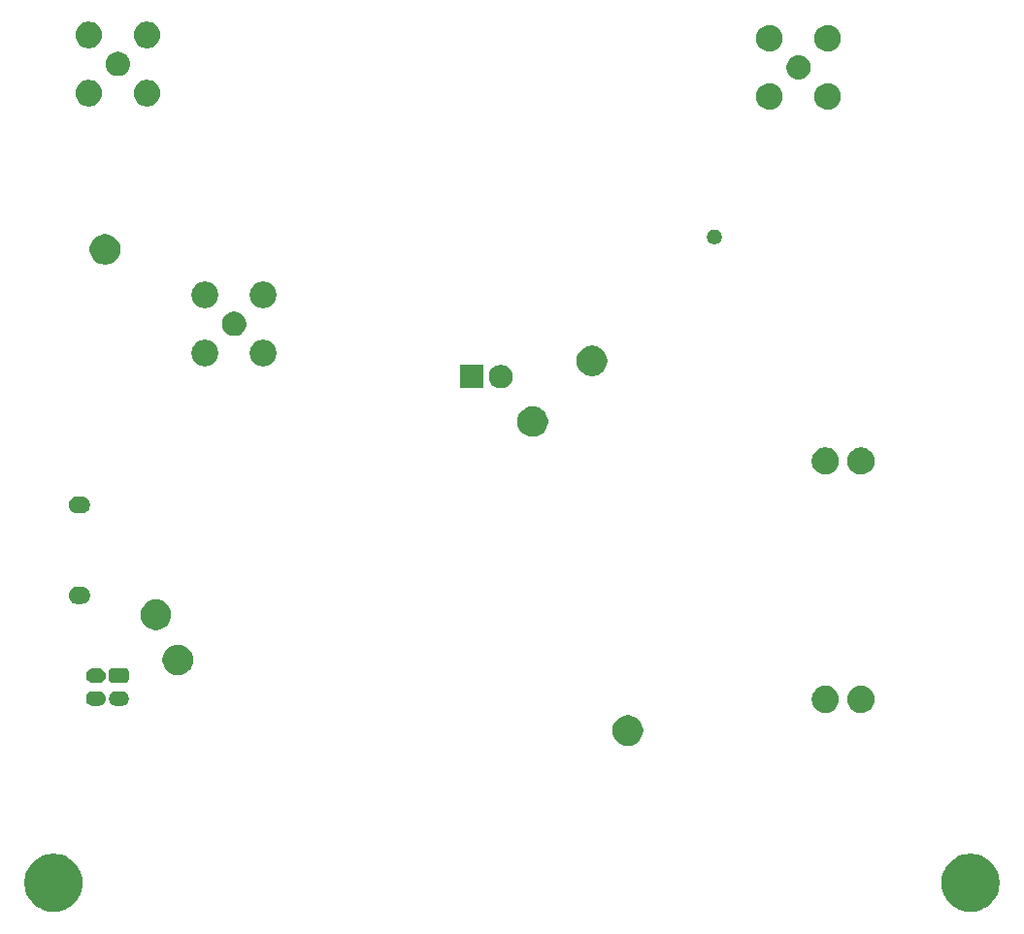
<source format=gbr>
%TF.GenerationSoftware,KiCad,Pcbnew,9.0.0*%
%TF.CreationDate,2025-06-10T14:56:09-07:00*%
%TF.ProjectId,og_pcb,6f675f70-6362-42e6-9b69-6361645f7063,rev?*%
%TF.SameCoordinates,Original*%
%TF.FileFunction,Soldermask,Bot*%
%TF.FilePolarity,Negative*%
%FSLAX46Y46*%
G04 Gerber Fmt 4.6, Leading zero omitted, Abs format (unit mm)*
G04 Created by KiCad (PCBNEW 9.0.0) date 2025-06-10 14:56:09*
%MOMM*%
%LPD*%
G01*
G04 APERTURE LIST*
G04 APERTURE END LIST*
G36*
X95623769Y-159434137D02*
G01*
X95901247Y-159497470D01*
X96169889Y-159591472D01*
X96426317Y-159714961D01*
X96667306Y-159866385D01*
X96889826Y-160043838D01*
X97091078Y-160245090D01*
X97268531Y-160467610D01*
X97419955Y-160708599D01*
X97543444Y-160965027D01*
X97637446Y-161233669D01*
X97700779Y-161511147D01*
X97732645Y-161793971D01*
X97732645Y-162078585D01*
X97700779Y-162361409D01*
X97637446Y-162638887D01*
X97543444Y-162907529D01*
X97419955Y-163163957D01*
X97268531Y-163404946D01*
X97091078Y-163627466D01*
X96889826Y-163828718D01*
X96667306Y-164006171D01*
X96426317Y-164157595D01*
X96169889Y-164281084D01*
X95901247Y-164375086D01*
X95623769Y-164438419D01*
X95340945Y-164470285D01*
X95056331Y-164470285D01*
X94773507Y-164438419D01*
X94496029Y-164375086D01*
X94227387Y-164281084D01*
X93970959Y-164157595D01*
X93729970Y-164006171D01*
X93507450Y-163828718D01*
X93306198Y-163627466D01*
X93128745Y-163404946D01*
X92977321Y-163163957D01*
X92853832Y-162907529D01*
X92759830Y-162638887D01*
X92696497Y-162361409D01*
X92664631Y-162078585D01*
X92664631Y-161793971D01*
X92696497Y-161511147D01*
X92759830Y-161233669D01*
X92853832Y-160965027D01*
X92977321Y-160708599D01*
X93128745Y-160467610D01*
X93306198Y-160245090D01*
X93507450Y-160043838D01*
X93729970Y-159866385D01*
X93970959Y-159714961D01*
X94227387Y-159591472D01*
X94496029Y-159497470D01*
X94773507Y-159434137D01*
X95056331Y-159402271D01*
X95340945Y-159402271D01*
X95623769Y-159434137D01*
G37*
G36*
X175623769Y-159434137D02*
G01*
X175901247Y-159497470D01*
X176169889Y-159591472D01*
X176426317Y-159714961D01*
X176667306Y-159866385D01*
X176889826Y-160043838D01*
X177091078Y-160245090D01*
X177268531Y-160467610D01*
X177419955Y-160708599D01*
X177543444Y-160965027D01*
X177637446Y-161233669D01*
X177700779Y-161511147D01*
X177732645Y-161793971D01*
X177732645Y-162078585D01*
X177700779Y-162361409D01*
X177637446Y-162638887D01*
X177543444Y-162907529D01*
X177419955Y-163163957D01*
X177268531Y-163404946D01*
X177091078Y-163627466D01*
X176889826Y-163828718D01*
X176667306Y-164006171D01*
X176426317Y-164157595D01*
X176169889Y-164281084D01*
X175901247Y-164375086D01*
X175623769Y-164438419D01*
X175340945Y-164470285D01*
X175056331Y-164470285D01*
X174773507Y-164438419D01*
X174496029Y-164375086D01*
X174227387Y-164281084D01*
X173970959Y-164157595D01*
X173729970Y-164006171D01*
X173507450Y-163828718D01*
X173306198Y-163627466D01*
X173128745Y-163404946D01*
X172977321Y-163163957D01*
X172853832Y-162907529D01*
X172759830Y-162638887D01*
X172696497Y-162361409D01*
X172664631Y-162078585D01*
X172664631Y-161793971D01*
X172696497Y-161511147D01*
X172759830Y-161233669D01*
X172853832Y-160965027D01*
X172977321Y-160708599D01*
X173128745Y-160467610D01*
X173306198Y-160245090D01*
X173507450Y-160043838D01*
X173729970Y-159866385D01*
X173970959Y-159714961D01*
X174227387Y-159591472D01*
X174496029Y-159497470D01*
X174773507Y-159434137D01*
X175056331Y-159402271D01*
X175340945Y-159402271D01*
X175623769Y-159434137D01*
G37*
G36*
X145612350Y-147348969D02*
G01*
X145812030Y-147413849D01*
X145999103Y-147509167D01*
X146168961Y-147632577D01*
X146317423Y-147781039D01*
X146440833Y-147950897D01*
X146536151Y-148137970D01*
X146601031Y-148337650D01*
X146633875Y-148545022D01*
X146633875Y-148754978D01*
X146601031Y-148962350D01*
X146536151Y-149162030D01*
X146440833Y-149349103D01*
X146317423Y-149518961D01*
X146168961Y-149667423D01*
X145999103Y-149790833D01*
X145812030Y-149886151D01*
X145612350Y-149951031D01*
X145404978Y-149983875D01*
X145195022Y-149983875D01*
X144987650Y-149951031D01*
X144787970Y-149886151D01*
X144600897Y-149790833D01*
X144431039Y-149667423D01*
X144282577Y-149518961D01*
X144159167Y-149349103D01*
X144063849Y-149162030D01*
X143998969Y-148962350D01*
X143966125Y-148754978D01*
X143966125Y-148545022D01*
X143998969Y-148337650D01*
X144063849Y-148137970D01*
X144159167Y-147950897D01*
X144282577Y-147781039D01*
X144431039Y-147632577D01*
X144600897Y-147509167D01*
X144787970Y-147413849D01*
X144987650Y-147348969D01*
X145195022Y-147316125D01*
X145404978Y-147316125D01*
X145612350Y-147348969D01*
G37*
G36*
X162802333Y-144769825D02*
G01*
X162979628Y-144827431D01*
X163145728Y-144912063D01*
X163296544Y-145021638D01*
X163428362Y-145153456D01*
X163537937Y-145304272D01*
X163622569Y-145470372D01*
X163680175Y-145647667D01*
X163709338Y-145831791D01*
X163709338Y-146018209D01*
X163680175Y-146202333D01*
X163622569Y-146379628D01*
X163537937Y-146545728D01*
X163428362Y-146696544D01*
X163296544Y-146828362D01*
X163145728Y-146937937D01*
X162979628Y-147022569D01*
X162802333Y-147080175D01*
X162618209Y-147109338D01*
X162431791Y-147109338D01*
X162247667Y-147080175D01*
X162070372Y-147022569D01*
X161904272Y-146937937D01*
X161753456Y-146828362D01*
X161621638Y-146696544D01*
X161512063Y-146545728D01*
X161427431Y-146379628D01*
X161369825Y-146202333D01*
X161340662Y-146018209D01*
X161340662Y-145831791D01*
X161369825Y-145647667D01*
X161427431Y-145470372D01*
X161512063Y-145304272D01*
X161621638Y-145153456D01*
X161753456Y-145021638D01*
X161904272Y-144912063D01*
X162070372Y-144827431D01*
X162247667Y-144769825D01*
X162431791Y-144740662D01*
X162618209Y-144740662D01*
X162802333Y-144769825D01*
G37*
G36*
X165902333Y-144769825D02*
G01*
X166079628Y-144827431D01*
X166245728Y-144912063D01*
X166396544Y-145021638D01*
X166528362Y-145153456D01*
X166637937Y-145304272D01*
X166722569Y-145470372D01*
X166780175Y-145647667D01*
X166809338Y-145831791D01*
X166809338Y-146018209D01*
X166780175Y-146202333D01*
X166722569Y-146379628D01*
X166637937Y-146545728D01*
X166528362Y-146696544D01*
X166396544Y-146828362D01*
X166245728Y-146937937D01*
X166079628Y-147022569D01*
X165902333Y-147080175D01*
X165718209Y-147109338D01*
X165531791Y-147109338D01*
X165347667Y-147080175D01*
X165170372Y-147022569D01*
X165004272Y-146937937D01*
X164853456Y-146828362D01*
X164721638Y-146696544D01*
X164612063Y-146545728D01*
X164527431Y-146379628D01*
X164469825Y-146202333D01*
X164440662Y-146018209D01*
X164440662Y-145831791D01*
X164469825Y-145647667D01*
X164527431Y-145470372D01*
X164612063Y-145304272D01*
X164721638Y-145153456D01*
X164853456Y-145021638D01*
X165004272Y-144912063D01*
X165170372Y-144827431D01*
X165347667Y-144769825D01*
X165531791Y-144740662D01*
X165718209Y-144740662D01*
X165902333Y-144769825D01*
G37*
G36*
X99187535Y-145215072D02*
G01*
X99310202Y-145239472D01*
X99425751Y-145287334D01*
X99529743Y-145356819D01*
X99618181Y-145445257D01*
X99687666Y-145549249D01*
X99735528Y-145664798D01*
X99759928Y-145787465D01*
X99759928Y-145912535D01*
X99735528Y-146035202D01*
X99687666Y-146150751D01*
X99618181Y-146254743D01*
X99529743Y-146343181D01*
X99425751Y-146412666D01*
X99310202Y-146460528D01*
X99187535Y-146484928D01*
X99125000Y-146488000D01*
X99124384Y-146488000D01*
X98675616Y-146488000D01*
X98675000Y-146488000D01*
X98612465Y-146484928D01*
X98489798Y-146460528D01*
X98374249Y-146412666D01*
X98270257Y-146343181D01*
X98181819Y-146254743D01*
X98112334Y-146150751D01*
X98064472Y-146035202D01*
X98040072Y-145912535D01*
X98040072Y-145787465D01*
X98064472Y-145664798D01*
X98112334Y-145549249D01*
X98181819Y-145445257D01*
X98270257Y-145356819D01*
X98374249Y-145287334D01*
X98489798Y-145239472D01*
X98612465Y-145215072D01*
X98675000Y-145212000D01*
X99125000Y-145212000D01*
X99187535Y-145215072D01*
G37*
G36*
X101187535Y-145215072D02*
G01*
X101310202Y-145239472D01*
X101425751Y-145287334D01*
X101529743Y-145356819D01*
X101618181Y-145445257D01*
X101687666Y-145549249D01*
X101735528Y-145664798D01*
X101759928Y-145787465D01*
X101759928Y-145912535D01*
X101735528Y-146035202D01*
X101687666Y-146150751D01*
X101618181Y-146254743D01*
X101529743Y-146343181D01*
X101425751Y-146412666D01*
X101310202Y-146460528D01*
X101187535Y-146484928D01*
X101125000Y-146488000D01*
X101124384Y-146488000D01*
X100675616Y-146488000D01*
X100675000Y-146488000D01*
X100612465Y-146484928D01*
X100489798Y-146460528D01*
X100374249Y-146412666D01*
X100270257Y-146343181D01*
X100181819Y-146254743D01*
X100112334Y-146150751D01*
X100064472Y-146035202D01*
X100040072Y-145912535D01*
X100040072Y-145787465D01*
X100064472Y-145664798D01*
X100112334Y-145549249D01*
X100181819Y-145445257D01*
X100270257Y-145356819D01*
X100374249Y-145287334D01*
X100489798Y-145239472D01*
X100612465Y-145215072D01*
X100675000Y-145212000D01*
X101125000Y-145212000D01*
X101187535Y-145215072D01*
G37*
G36*
X99187535Y-143215072D02*
G01*
X99310202Y-143239472D01*
X99425751Y-143287334D01*
X99529743Y-143356819D01*
X99618181Y-143445257D01*
X99687666Y-143549249D01*
X99735528Y-143664798D01*
X99759928Y-143787465D01*
X99759928Y-143912535D01*
X99735528Y-144035202D01*
X99687666Y-144150751D01*
X99618181Y-144254743D01*
X99529743Y-144343181D01*
X99425751Y-144412666D01*
X99310202Y-144460528D01*
X99187535Y-144484928D01*
X99125000Y-144488000D01*
X99124384Y-144488000D01*
X98675616Y-144488000D01*
X98675000Y-144488000D01*
X98612465Y-144484928D01*
X98489798Y-144460528D01*
X98374249Y-144412666D01*
X98270257Y-144343181D01*
X98181819Y-144254743D01*
X98112334Y-144150751D01*
X98064472Y-144035202D01*
X98040072Y-143912535D01*
X98040072Y-143787465D01*
X98064472Y-143664798D01*
X98112334Y-143549249D01*
X98181819Y-143445257D01*
X98270257Y-143356819D01*
X98374249Y-143287334D01*
X98489798Y-143239472D01*
X98612465Y-143215072D01*
X98675000Y-143212000D01*
X99125000Y-143212000D01*
X99187535Y-143215072D01*
G37*
G36*
X101540938Y-143219650D02*
G01*
X101544957Y-143221424D01*
X101548931Y-143221948D01*
X101598651Y-143245133D01*
X101637759Y-143262401D01*
X101639573Y-143264215D01*
X101639969Y-143264400D01*
X101710599Y-143335030D01*
X101710783Y-143335425D01*
X101712599Y-143337241D01*
X101729876Y-143376369D01*
X101753051Y-143426068D01*
X101753573Y-143430039D01*
X101755350Y-143434062D01*
X101763000Y-143500000D01*
X101763000Y-144200000D01*
X101755350Y-144265938D01*
X101753573Y-144269961D01*
X101753051Y-144273931D01*
X101729884Y-144323611D01*
X101712599Y-144362759D01*
X101710782Y-144364575D01*
X101710599Y-144364969D01*
X101639969Y-144435599D01*
X101639575Y-144435782D01*
X101637759Y-144437599D01*
X101598611Y-144454884D01*
X101548931Y-144478051D01*
X101544961Y-144478573D01*
X101540938Y-144480350D01*
X101475000Y-144488000D01*
X100325000Y-144488000D01*
X100259062Y-144480350D01*
X100255039Y-144478573D01*
X100251068Y-144478051D01*
X100201369Y-144454876D01*
X100162241Y-144437599D01*
X100160425Y-144435783D01*
X100160030Y-144435599D01*
X100089400Y-144364969D01*
X100089215Y-144364573D01*
X100087401Y-144362759D01*
X100070133Y-144323651D01*
X100046948Y-144273931D01*
X100046424Y-144269957D01*
X100044650Y-144265938D01*
X100037000Y-144200000D01*
X100037000Y-143500000D01*
X100044650Y-143434062D01*
X100046424Y-143430042D01*
X100046948Y-143426068D01*
X100070141Y-143376329D01*
X100087401Y-143337241D01*
X100089214Y-143335427D01*
X100089400Y-143335030D01*
X100160030Y-143264400D01*
X100160427Y-143264214D01*
X100162241Y-143262401D01*
X100201329Y-143245141D01*
X100251068Y-143221948D01*
X100255042Y-143221424D01*
X100259062Y-143219650D01*
X100325000Y-143212000D01*
X101475000Y-143212000D01*
X101540938Y-143219650D01*
G37*
G36*
X106362350Y-141173969D02*
G01*
X106562030Y-141238849D01*
X106749103Y-141334167D01*
X106918961Y-141457577D01*
X107067423Y-141606039D01*
X107190833Y-141775897D01*
X107286151Y-141962970D01*
X107351031Y-142162650D01*
X107383875Y-142370022D01*
X107383875Y-142579978D01*
X107351031Y-142787350D01*
X107286151Y-142987030D01*
X107190833Y-143174103D01*
X107067423Y-143343961D01*
X106918961Y-143492423D01*
X106749103Y-143615833D01*
X106562030Y-143711151D01*
X106362350Y-143776031D01*
X106154978Y-143808875D01*
X105945022Y-143808875D01*
X105737650Y-143776031D01*
X105537970Y-143711151D01*
X105350897Y-143615833D01*
X105181039Y-143492423D01*
X105032577Y-143343961D01*
X104909167Y-143174103D01*
X104813849Y-142987030D01*
X104748969Y-142787350D01*
X104716125Y-142579978D01*
X104716125Y-142370022D01*
X104748969Y-142162650D01*
X104813849Y-141962970D01*
X104909167Y-141775897D01*
X105032577Y-141606039D01*
X105181039Y-141457577D01*
X105350897Y-141334167D01*
X105537970Y-141238849D01*
X105737650Y-141173969D01*
X105945022Y-141141125D01*
X106154978Y-141141125D01*
X106362350Y-141173969D01*
G37*
G36*
X104452350Y-137238969D02*
G01*
X104652030Y-137303849D01*
X104839103Y-137399167D01*
X105008961Y-137522577D01*
X105157423Y-137671039D01*
X105280833Y-137840897D01*
X105376151Y-138027970D01*
X105441031Y-138227650D01*
X105473875Y-138435022D01*
X105473875Y-138644978D01*
X105441031Y-138852350D01*
X105376151Y-139052030D01*
X105280833Y-139239103D01*
X105157423Y-139408961D01*
X105008961Y-139557423D01*
X104839103Y-139680833D01*
X104652030Y-139776151D01*
X104452350Y-139841031D01*
X104244978Y-139873875D01*
X104035022Y-139873875D01*
X103827650Y-139841031D01*
X103627970Y-139776151D01*
X103440897Y-139680833D01*
X103271039Y-139557423D01*
X103122577Y-139408961D01*
X102999167Y-139239103D01*
X102903849Y-139052030D01*
X102838969Y-138852350D01*
X102806125Y-138644978D01*
X102806125Y-138435022D01*
X102838969Y-138227650D01*
X102903849Y-138027970D01*
X102999167Y-137840897D01*
X103122577Y-137671039D01*
X103271039Y-137522577D01*
X103440897Y-137399167D01*
X103627970Y-137303849D01*
X103827650Y-137238969D01*
X104035022Y-137206125D01*
X104244978Y-137206125D01*
X104452350Y-137238969D01*
G37*
G36*
X97722337Y-136115554D02*
G01*
X97864230Y-136143778D01*
X97997891Y-136199142D01*
X98118182Y-136279518D01*
X98220482Y-136381818D01*
X98300858Y-136502109D01*
X98356222Y-136635770D01*
X98384446Y-136777663D01*
X98384446Y-136922337D01*
X98356222Y-137064230D01*
X98300858Y-137197891D01*
X98220482Y-137318182D01*
X98118182Y-137420482D01*
X97997891Y-137500858D01*
X97864230Y-137556222D01*
X97722337Y-137584446D01*
X97650000Y-137588000D01*
X97649384Y-137588000D01*
X97250616Y-137588000D01*
X97250000Y-137588000D01*
X97177663Y-137584446D01*
X97035770Y-137556222D01*
X96902109Y-137500858D01*
X96781818Y-137420482D01*
X96679518Y-137318182D01*
X96599142Y-137197891D01*
X96543778Y-137064230D01*
X96515554Y-136922337D01*
X96515554Y-136777663D01*
X96543778Y-136635770D01*
X96599142Y-136502109D01*
X96679518Y-136381818D01*
X96781818Y-136279518D01*
X96902109Y-136199142D01*
X97035770Y-136143778D01*
X97177663Y-136115554D01*
X97250000Y-136112000D01*
X97650000Y-136112000D01*
X97722337Y-136115554D01*
G37*
G36*
X97722337Y-128215554D02*
G01*
X97864230Y-128243778D01*
X97997891Y-128299142D01*
X98118182Y-128379518D01*
X98220482Y-128481818D01*
X98300858Y-128602109D01*
X98356222Y-128735770D01*
X98384446Y-128877663D01*
X98384446Y-129022337D01*
X98356222Y-129164230D01*
X98300858Y-129297891D01*
X98220482Y-129418182D01*
X98118182Y-129520482D01*
X97997891Y-129600858D01*
X97864230Y-129656222D01*
X97722337Y-129684446D01*
X97650000Y-129688000D01*
X97649384Y-129688000D01*
X97250616Y-129688000D01*
X97250000Y-129688000D01*
X97177663Y-129684446D01*
X97035770Y-129656222D01*
X96902109Y-129600858D01*
X96781818Y-129520482D01*
X96679518Y-129418182D01*
X96599142Y-129297891D01*
X96543778Y-129164230D01*
X96515554Y-129022337D01*
X96515554Y-128877663D01*
X96543778Y-128735770D01*
X96599142Y-128602109D01*
X96679518Y-128481818D01*
X96781818Y-128379518D01*
X96902109Y-128299142D01*
X97035770Y-128243778D01*
X97177663Y-128215554D01*
X97250000Y-128212000D01*
X97650000Y-128212000D01*
X97722337Y-128215554D01*
G37*
G36*
X162802333Y-123969825D02*
G01*
X162979628Y-124027431D01*
X163145728Y-124112063D01*
X163296544Y-124221638D01*
X163428362Y-124353456D01*
X163537937Y-124504272D01*
X163622569Y-124670372D01*
X163680175Y-124847667D01*
X163709338Y-125031791D01*
X163709338Y-125218209D01*
X163680175Y-125402333D01*
X163622569Y-125579628D01*
X163537937Y-125745728D01*
X163428362Y-125896544D01*
X163296544Y-126028362D01*
X163145728Y-126137937D01*
X162979628Y-126222569D01*
X162802333Y-126280175D01*
X162618209Y-126309338D01*
X162431791Y-126309338D01*
X162247667Y-126280175D01*
X162070372Y-126222569D01*
X161904272Y-126137937D01*
X161753456Y-126028362D01*
X161621638Y-125896544D01*
X161512063Y-125745728D01*
X161427431Y-125579628D01*
X161369825Y-125402333D01*
X161340662Y-125218209D01*
X161340662Y-125031791D01*
X161369825Y-124847667D01*
X161427431Y-124670372D01*
X161512063Y-124504272D01*
X161621638Y-124353456D01*
X161753456Y-124221638D01*
X161904272Y-124112063D01*
X162070372Y-124027431D01*
X162247667Y-123969825D01*
X162431791Y-123940662D01*
X162618209Y-123940662D01*
X162802333Y-123969825D01*
G37*
G36*
X165902333Y-123969825D02*
G01*
X166079628Y-124027431D01*
X166245728Y-124112063D01*
X166396544Y-124221638D01*
X166528362Y-124353456D01*
X166637937Y-124504272D01*
X166722569Y-124670372D01*
X166780175Y-124847667D01*
X166809338Y-125031791D01*
X166809338Y-125218209D01*
X166780175Y-125402333D01*
X166722569Y-125579628D01*
X166637937Y-125745728D01*
X166528362Y-125896544D01*
X166396544Y-126028362D01*
X166245728Y-126137937D01*
X166079628Y-126222569D01*
X165902333Y-126280175D01*
X165718209Y-126309338D01*
X165531791Y-126309338D01*
X165347667Y-126280175D01*
X165170372Y-126222569D01*
X165004272Y-126137937D01*
X164853456Y-126028362D01*
X164721638Y-125896544D01*
X164612063Y-125745728D01*
X164527431Y-125579628D01*
X164469825Y-125402333D01*
X164440662Y-125218209D01*
X164440662Y-125031791D01*
X164469825Y-124847667D01*
X164527431Y-124670372D01*
X164612063Y-124504272D01*
X164721638Y-124353456D01*
X164853456Y-124221638D01*
X165004272Y-124112063D01*
X165170372Y-124027431D01*
X165347667Y-123969825D01*
X165531791Y-123940662D01*
X165718209Y-123940662D01*
X165902333Y-123969825D01*
G37*
G36*
X137312350Y-120378969D02*
G01*
X137512030Y-120443849D01*
X137699103Y-120539167D01*
X137868961Y-120662577D01*
X138017423Y-120811039D01*
X138140833Y-120980897D01*
X138236151Y-121167970D01*
X138301031Y-121367650D01*
X138333875Y-121575022D01*
X138333875Y-121784978D01*
X138301031Y-121992350D01*
X138236151Y-122192030D01*
X138140833Y-122379103D01*
X138017423Y-122548961D01*
X137868961Y-122697423D01*
X137699103Y-122820833D01*
X137512030Y-122916151D01*
X137312350Y-122981031D01*
X137104978Y-123013875D01*
X136895022Y-123013875D01*
X136687650Y-122981031D01*
X136487970Y-122916151D01*
X136300897Y-122820833D01*
X136131039Y-122697423D01*
X135982577Y-122548961D01*
X135859167Y-122379103D01*
X135763849Y-122192030D01*
X135698969Y-121992350D01*
X135666125Y-121784978D01*
X135666125Y-121575022D01*
X135698969Y-121367650D01*
X135763849Y-121167970D01*
X135859167Y-120980897D01*
X135982577Y-120811039D01*
X136131039Y-120662577D01*
X136300897Y-120539167D01*
X136487970Y-120443849D01*
X136687650Y-120378969D01*
X136895022Y-120346125D01*
X137104978Y-120346125D01*
X137312350Y-120378969D01*
G37*
G36*
X132694542Y-116714893D02*
G01*
X132706870Y-116723130D01*
X132715107Y-116735458D01*
X132718000Y-116750000D01*
X132718000Y-118750000D01*
X132715107Y-118764542D01*
X132706870Y-118776870D01*
X132694542Y-118785107D01*
X132680000Y-118788000D01*
X130680000Y-118788000D01*
X130665458Y-118785107D01*
X130653130Y-118776870D01*
X130644893Y-118764542D01*
X130642000Y-118750000D01*
X130642000Y-116750000D01*
X130644893Y-116735458D01*
X130653130Y-116723130D01*
X130665458Y-116714893D01*
X130680000Y-116712000D01*
X132680000Y-116712000D01*
X132694542Y-116714893D01*
G37*
G36*
X134521315Y-116756696D02*
G01*
X134709310Y-116834566D01*
X134878500Y-116947615D01*
X135022385Y-117091500D01*
X135135434Y-117260690D01*
X135213304Y-117448685D01*
X135253002Y-117648258D01*
X135253002Y-117851742D01*
X135213304Y-118051315D01*
X135135434Y-118239310D01*
X135022385Y-118408500D01*
X134878500Y-118552385D01*
X134709310Y-118665434D01*
X134521315Y-118743304D01*
X134321742Y-118783002D01*
X134118258Y-118783002D01*
X133918685Y-118743304D01*
X133730690Y-118665434D01*
X133561500Y-118552385D01*
X133417615Y-118408500D01*
X133304566Y-118239310D01*
X133226696Y-118051315D01*
X133186998Y-117851742D01*
X133186998Y-117648258D01*
X133226696Y-117448685D01*
X133304566Y-117260690D01*
X133417615Y-117091500D01*
X133561500Y-116947615D01*
X133730690Y-116834566D01*
X133918685Y-116756696D01*
X134118258Y-116716998D01*
X134321742Y-116716998D01*
X134521315Y-116756696D01*
G37*
G36*
X142484850Y-115076469D02*
G01*
X142684530Y-115141349D01*
X142871603Y-115236667D01*
X143041461Y-115360077D01*
X143189923Y-115508539D01*
X143313333Y-115678397D01*
X143408651Y-115865470D01*
X143473531Y-116065150D01*
X143506375Y-116272522D01*
X143506375Y-116482478D01*
X143473531Y-116689850D01*
X143408651Y-116889530D01*
X143313333Y-117076603D01*
X143189923Y-117246461D01*
X143041461Y-117394923D01*
X142871603Y-117518333D01*
X142684530Y-117613651D01*
X142484850Y-117678531D01*
X142277478Y-117711375D01*
X142067522Y-117711375D01*
X141860150Y-117678531D01*
X141660470Y-117613651D01*
X141473397Y-117518333D01*
X141303539Y-117394923D01*
X141155077Y-117246461D01*
X141031667Y-117076603D01*
X140936349Y-116889530D01*
X140871469Y-116689850D01*
X140838625Y-116482478D01*
X140838625Y-116272522D01*
X140871469Y-116065150D01*
X140936349Y-115865470D01*
X141031667Y-115678397D01*
X141155077Y-115508539D01*
X141303539Y-115360077D01*
X141473397Y-115236667D01*
X141660470Y-115141349D01*
X141860150Y-115076469D01*
X142067522Y-115043625D01*
X142277478Y-115043625D01*
X142484850Y-115076469D01*
G37*
G36*
X108681497Y-114559134D02*
G01*
X108855061Y-114615528D01*
X109017666Y-114698379D01*
X109165308Y-114805648D01*
X109294352Y-114934692D01*
X109401621Y-115082334D01*
X109484472Y-115244939D01*
X109540866Y-115418503D01*
X109569415Y-115598752D01*
X109569415Y-115781248D01*
X109540866Y-115961497D01*
X109484472Y-116135061D01*
X109401621Y-116297666D01*
X109294352Y-116445308D01*
X109165308Y-116574352D01*
X109017666Y-116681621D01*
X108855061Y-116764472D01*
X108681497Y-116820866D01*
X108501248Y-116849415D01*
X108318752Y-116849415D01*
X108138503Y-116820866D01*
X107964939Y-116764472D01*
X107802334Y-116681621D01*
X107654692Y-116574352D01*
X107525648Y-116445308D01*
X107418379Y-116297666D01*
X107335528Y-116135061D01*
X107279134Y-115961497D01*
X107250585Y-115781248D01*
X107250585Y-115598752D01*
X107279134Y-115418503D01*
X107335528Y-115244939D01*
X107418379Y-115082334D01*
X107525648Y-114934692D01*
X107654692Y-114805648D01*
X107802334Y-114698379D01*
X107964939Y-114615528D01*
X108138503Y-114559134D01*
X108318752Y-114530585D01*
X108501248Y-114530585D01*
X108681497Y-114559134D01*
G37*
G36*
X113761497Y-114559134D02*
G01*
X113935061Y-114615528D01*
X114097666Y-114698379D01*
X114245308Y-114805648D01*
X114374352Y-114934692D01*
X114481621Y-115082334D01*
X114564472Y-115244939D01*
X114620866Y-115418503D01*
X114649415Y-115598752D01*
X114649415Y-115781248D01*
X114620866Y-115961497D01*
X114564472Y-116135061D01*
X114481621Y-116297666D01*
X114374352Y-116445308D01*
X114245308Y-116574352D01*
X114097666Y-116681621D01*
X113935061Y-116764472D01*
X113761497Y-116820866D01*
X113581248Y-116849415D01*
X113398752Y-116849415D01*
X113218503Y-116820866D01*
X113044939Y-116764472D01*
X112882334Y-116681621D01*
X112734692Y-116574352D01*
X112605648Y-116445308D01*
X112498379Y-116297666D01*
X112415528Y-116135061D01*
X112359134Y-115961497D01*
X112330585Y-115781248D01*
X112330585Y-115598752D01*
X112359134Y-115418503D01*
X112415528Y-115244939D01*
X112498379Y-115082334D01*
X112605648Y-114934692D01*
X112734692Y-114805648D01*
X112882334Y-114698379D01*
X113044939Y-114615528D01*
X113218503Y-114559134D01*
X113398752Y-114530585D01*
X113581248Y-114530585D01*
X113761497Y-114559134D01*
G37*
G36*
X111044541Y-112092119D02*
G01*
X111054192Y-112092119D01*
X111091903Y-112099620D01*
X111198136Y-112116445D01*
X111232303Y-112127546D01*
X111258573Y-112132772D01*
X111295643Y-112148127D01*
X111356762Y-112167986D01*
X111414027Y-112197163D01*
X111451095Y-112212518D01*
X111473361Y-112227395D01*
X111505372Y-112243706D01*
X111592380Y-112306922D01*
X111624360Y-112328290D01*
X111631186Y-112335116D01*
X111640314Y-112341748D01*
X111758251Y-112459685D01*
X111764882Y-112468812D01*
X111771710Y-112475640D01*
X111793080Y-112507623D01*
X111856293Y-112594627D01*
X111872602Y-112626635D01*
X111887482Y-112648905D01*
X111902838Y-112685977D01*
X111932013Y-112743237D01*
X111951869Y-112804348D01*
X111967228Y-112841427D01*
X111972454Y-112867701D01*
X111983554Y-112901863D01*
X112000378Y-113008088D01*
X112007881Y-113045808D01*
X112007881Y-113055459D01*
X112009646Y-113066603D01*
X112009646Y-113233396D01*
X112007881Y-113244539D01*
X112007881Y-113254192D01*
X112000377Y-113291915D01*
X111983554Y-113398136D01*
X111972454Y-113432295D01*
X111967228Y-113458573D01*
X111951867Y-113495655D01*
X111932013Y-113556762D01*
X111902840Y-113614016D01*
X111887482Y-113651095D01*
X111872599Y-113673367D01*
X111856293Y-113705372D01*
X111793089Y-113792363D01*
X111771710Y-113824360D01*
X111764880Y-113831189D01*
X111758251Y-113840314D01*
X111640314Y-113958251D01*
X111631189Y-113964880D01*
X111624360Y-113971710D01*
X111592363Y-113993089D01*
X111505372Y-114056293D01*
X111473367Y-114072599D01*
X111451095Y-114087482D01*
X111414016Y-114102840D01*
X111356762Y-114132013D01*
X111295655Y-114151867D01*
X111258573Y-114167228D01*
X111232295Y-114172454D01*
X111198136Y-114183554D01*
X111091912Y-114200378D01*
X111054192Y-114207881D01*
X111044541Y-114207881D01*
X111033397Y-114209646D01*
X110866603Y-114209646D01*
X110855459Y-114207881D01*
X110845808Y-114207881D01*
X110808088Y-114200378D01*
X110701863Y-114183554D01*
X110667701Y-114172454D01*
X110641427Y-114167228D01*
X110604348Y-114151869D01*
X110543237Y-114132013D01*
X110485977Y-114102838D01*
X110448905Y-114087482D01*
X110426635Y-114072602D01*
X110394627Y-114056293D01*
X110307623Y-113993080D01*
X110275640Y-113971710D01*
X110268812Y-113964882D01*
X110259685Y-113958251D01*
X110141748Y-113840314D01*
X110135116Y-113831186D01*
X110128290Y-113824360D01*
X110106922Y-113792380D01*
X110043706Y-113705372D01*
X110027395Y-113673361D01*
X110012518Y-113651095D01*
X109997163Y-113614027D01*
X109967986Y-113556762D01*
X109948127Y-113495643D01*
X109932772Y-113458573D01*
X109927546Y-113432303D01*
X109916445Y-113398136D01*
X109899620Y-113291906D01*
X109892119Y-113254192D01*
X109892119Y-113244540D01*
X109890354Y-113233396D01*
X109890354Y-113066603D01*
X109892119Y-113055458D01*
X109892119Y-113045808D01*
X109899619Y-113008097D01*
X109916445Y-112901863D01*
X109927547Y-112867693D01*
X109932772Y-112841427D01*
X109948125Y-112804359D01*
X109967986Y-112743237D01*
X109997166Y-112685967D01*
X110012518Y-112648905D01*
X110027393Y-112626641D01*
X110043706Y-112594627D01*
X110106930Y-112507606D01*
X110128290Y-112475640D01*
X110135113Y-112468816D01*
X110141748Y-112459685D01*
X110259685Y-112341748D01*
X110268816Y-112335113D01*
X110275640Y-112328290D01*
X110307606Y-112306930D01*
X110394627Y-112243706D01*
X110426641Y-112227393D01*
X110448905Y-112212518D01*
X110485967Y-112197166D01*
X110543237Y-112167986D01*
X110604359Y-112148125D01*
X110641427Y-112132772D01*
X110667693Y-112127547D01*
X110701863Y-112116445D01*
X110808097Y-112099619D01*
X110845808Y-112092119D01*
X110855459Y-112092119D01*
X110866603Y-112090354D01*
X111033397Y-112090354D01*
X111044541Y-112092119D01*
G37*
G36*
X108681497Y-109479134D02*
G01*
X108855061Y-109535528D01*
X109017666Y-109618379D01*
X109165308Y-109725648D01*
X109294352Y-109854692D01*
X109401621Y-110002334D01*
X109484472Y-110164939D01*
X109540866Y-110338503D01*
X109569415Y-110518752D01*
X109569415Y-110701248D01*
X109540866Y-110881497D01*
X109484472Y-111055061D01*
X109401621Y-111217666D01*
X109294352Y-111365308D01*
X109165308Y-111494352D01*
X109017666Y-111601621D01*
X108855061Y-111684472D01*
X108681497Y-111740866D01*
X108501248Y-111769415D01*
X108318752Y-111769415D01*
X108138503Y-111740866D01*
X107964939Y-111684472D01*
X107802334Y-111601621D01*
X107654692Y-111494352D01*
X107525648Y-111365308D01*
X107418379Y-111217666D01*
X107335528Y-111055061D01*
X107279134Y-110881497D01*
X107250585Y-110701248D01*
X107250585Y-110518752D01*
X107279134Y-110338503D01*
X107335528Y-110164939D01*
X107418379Y-110002334D01*
X107525648Y-109854692D01*
X107654692Y-109725648D01*
X107802334Y-109618379D01*
X107964939Y-109535528D01*
X108138503Y-109479134D01*
X108318752Y-109450585D01*
X108501248Y-109450585D01*
X108681497Y-109479134D01*
G37*
G36*
X113761497Y-109479134D02*
G01*
X113935061Y-109535528D01*
X114097666Y-109618379D01*
X114245308Y-109725648D01*
X114374352Y-109854692D01*
X114481621Y-110002334D01*
X114564472Y-110164939D01*
X114620866Y-110338503D01*
X114649415Y-110518752D01*
X114649415Y-110701248D01*
X114620866Y-110881497D01*
X114564472Y-111055061D01*
X114481621Y-111217666D01*
X114374352Y-111365308D01*
X114245308Y-111494352D01*
X114097666Y-111601621D01*
X113935061Y-111684472D01*
X113761497Y-111740866D01*
X113581248Y-111769415D01*
X113398752Y-111769415D01*
X113218503Y-111740866D01*
X113044939Y-111684472D01*
X112882334Y-111601621D01*
X112734692Y-111494352D01*
X112605648Y-111365308D01*
X112498379Y-111217666D01*
X112415528Y-111055061D01*
X112359134Y-110881497D01*
X112330585Y-110701248D01*
X112330585Y-110518752D01*
X112359134Y-110338503D01*
X112415528Y-110164939D01*
X112498379Y-110002334D01*
X112605648Y-109854692D01*
X112734692Y-109725648D01*
X112882334Y-109618379D01*
X113044939Y-109535528D01*
X113218503Y-109479134D01*
X113398752Y-109450585D01*
X113581248Y-109450585D01*
X113761497Y-109479134D01*
G37*
G36*
X100012350Y-105348969D02*
G01*
X100212030Y-105413849D01*
X100399103Y-105509167D01*
X100568961Y-105632577D01*
X100717423Y-105781039D01*
X100840833Y-105950897D01*
X100936151Y-106137970D01*
X101001031Y-106337650D01*
X101033875Y-106545022D01*
X101033875Y-106754978D01*
X101001031Y-106962350D01*
X100936151Y-107162030D01*
X100840833Y-107349103D01*
X100717423Y-107518961D01*
X100568961Y-107667423D01*
X100399103Y-107790833D01*
X100212030Y-107886151D01*
X100012350Y-107951031D01*
X99804978Y-107983875D01*
X99595022Y-107983875D01*
X99387650Y-107951031D01*
X99187970Y-107886151D01*
X99000897Y-107790833D01*
X98831039Y-107667423D01*
X98682577Y-107518961D01*
X98559167Y-107349103D01*
X98463849Y-107162030D01*
X98398969Y-106962350D01*
X98366125Y-106754978D01*
X98366125Y-106545022D01*
X98398969Y-106337650D01*
X98463849Y-106137970D01*
X98559167Y-105950897D01*
X98682577Y-105781039D01*
X98831039Y-105632577D01*
X99000897Y-105509167D01*
X99187970Y-105413849D01*
X99387650Y-105348969D01*
X99595022Y-105316125D01*
X99804978Y-105316125D01*
X100012350Y-105348969D01*
G37*
G36*
X153036653Y-104934687D02*
G01*
X153153108Y-104982925D01*
X153257915Y-105052954D01*
X153347046Y-105142085D01*
X153417075Y-105246892D01*
X153465313Y-105363347D01*
X153489904Y-105486975D01*
X153489904Y-105613025D01*
X153465313Y-105736653D01*
X153417075Y-105853108D01*
X153347046Y-105957915D01*
X153257915Y-106047046D01*
X153153108Y-106117075D01*
X153036653Y-106165313D01*
X152913025Y-106189904D01*
X152786975Y-106189904D01*
X152663347Y-106165313D01*
X152546892Y-106117075D01*
X152442085Y-106047046D01*
X152352954Y-105957915D01*
X152282925Y-105853108D01*
X152234687Y-105736653D01*
X152210096Y-105613025D01*
X152210096Y-105486975D01*
X152234687Y-105363347D01*
X152282925Y-105246892D01*
X152352954Y-105142085D01*
X152442085Y-105052954D01*
X152546892Y-104982925D01*
X152663347Y-104934687D01*
X152786975Y-104910096D01*
X152913025Y-104910096D01*
X153036653Y-104934687D01*
G37*
G36*
X157931497Y-92159134D02*
G01*
X158105061Y-92215528D01*
X158267666Y-92298379D01*
X158415308Y-92405648D01*
X158544352Y-92534692D01*
X158651621Y-92682334D01*
X158734472Y-92844939D01*
X158790866Y-93018503D01*
X158819415Y-93198752D01*
X158819415Y-93381248D01*
X158790866Y-93561497D01*
X158734472Y-93735061D01*
X158651621Y-93897666D01*
X158544352Y-94045308D01*
X158415308Y-94174352D01*
X158267666Y-94281621D01*
X158105061Y-94364472D01*
X157931497Y-94420866D01*
X157751248Y-94449415D01*
X157568752Y-94449415D01*
X157388503Y-94420866D01*
X157214939Y-94364472D01*
X157052334Y-94281621D01*
X156904692Y-94174352D01*
X156775648Y-94045308D01*
X156668379Y-93897666D01*
X156585528Y-93735061D01*
X156529134Y-93561497D01*
X156500585Y-93381248D01*
X156500585Y-93198752D01*
X156529134Y-93018503D01*
X156585528Y-92844939D01*
X156668379Y-92682334D01*
X156775648Y-92534692D01*
X156904692Y-92405648D01*
X157052334Y-92298379D01*
X157214939Y-92215528D01*
X157388503Y-92159134D01*
X157568752Y-92130585D01*
X157751248Y-92130585D01*
X157931497Y-92159134D01*
G37*
G36*
X163011497Y-92159134D02*
G01*
X163185061Y-92215528D01*
X163347666Y-92298379D01*
X163495308Y-92405648D01*
X163624352Y-92534692D01*
X163731621Y-92682334D01*
X163814472Y-92844939D01*
X163870866Y-93018503D01*
X163899415Y-93198752D01*
X163899415Y-93381248D01*
X163870866Y-93561497D01*
X163814472Y-93735061D01*
X163731621Y-93897666D01*
X163624352Y-94045308D01*
X163495308Y-94174352D01*
X163347666Y-94281621D01*
X163185061Y-94364472D01*
X163011497Y-94420866D01*
X162831248Y-94449415D01*
X162648752Y-94449415D01*
X162468503Y-94420866D01*
X162294939Y-94364472D01*
X162132334Y-94281621D01*
X161984692Y-94174352D01*
X161855648Y-94045308D01*
X161748379Y-93897666D01*
X161665528Y-93735061D01*
X161609134Y-93561497D01*
X161580585Y-93381248D01*
X161580585Y-93198752D01*
X161609134Y-93018503D01*
X161665528Y-92844939D01*
X161748379Y-92682334D01*
X161855648Y-92534692D01*
X161984692Y-92405648D01*
X162132334Y-92298379D01*
X162294939Y-92215528D01*
X162468503Y-92159134D01*
X162648752Y-92130585D01*
X162831248Y-92130585D01*
X163011497Y-92159134D01*
G37*
G36*
X98546497Y-91874134D02*
G01*
X98720061Y-91930528D01*
X98882666Y-92013379D01*
X99030308Y-92120648D01*
X99159352Y-92249692D01*
X99266621Y-92397334D01*
X99349472Y-92559939D01*
X99405866Y-92733503D01*
X99434415Y-92913752D01*
X99434415Y-93096248D01*
X99405866Y-93276497D01*
X99349472Y-93450061D01*
X99266621Y-93612666D01*
X99159352Y-93760308D01*
X99030308Y-93889352D01*
X98882666Y-93996621D01*
X98720061Y-94079472D01*
X98546497Y-94135866D01*
X98366248Y-94164415D01*
X98183752Y-94164415D01*
X98003503Y-94135866D01*
X97829939Y-94079472D01*
X97667334Y-93996621D01*
X97519692Y-93889352D01*
X97390648Y-93760308D01*
X97283379Y-93612666D01*
X97200528Y-93450061D01*
X97144134Y-93276497D01*
X97115585Y-93096248D01*
X97115585Y-92913752D01*
X97144134Y-92733503D01*
X97200528Y-92559939D01*
X97283379Y-92397334D01*
X97390648Y-92249692D01*
X97519692Y-92120648D01*
X97667334Y-92013379D01*
X97829939Y-91930528D01*
X98003503Y-91874134D01*
X98183752Y-91845585D01*
X98366248Y-91845585D01*
X98546497Y-91874134D01*
G37*
G36*
X103626497Y-91874134D02*
G01*
X103800061Y-91930528D01*
X103962666Y-92013379D01*
X104110308Y-92120648D01*
X104239352Y-92249692D01*
X104346621Y-92397334D01*
X104429472Y-92559939D01*
X104485866Y-92733503D01*
X104514415Y-92913752D01*
X104514415Y-93096248D01*
X104485866Y-93276497D01*
X104429472Y-93450061D01*
X104346621Y-93612666D01*
X104239352Y-93760308D01*
X104110308Y-93889352D01*
X103962666Y-93996621D01*
X103800061Y-94079472D01*
X103626497Y-94135866D01*
X103446248Y-94164415D01*
X103263752Y-94164415D01*
X103083503Y-94135866D01*
X102909939Y-94079472D01*
X102747334Y-93996621D01*
X102599692Y-93889352D01*
X102470648Y-93760308D01*
X102363379Y-93612666D01*
X102280528Y-93450061D01*
X102224134Y-93276497D01*
X102195585Y-93096248D01*
X102195585Y-92913752D01*
X102224134Y-92733503D01*
X102280528Y-92559939D01*
X102363379Y-92397334D01*
X102470648Y-92249692D01*
X102599692Y-92120648D01*
X102747334Y-92013379D01*
X102909939Y-91930528D01*
X103083503Y-91874134D01*
X103263752Y-91845585D01*
X103446248Y-91845585D01*
X103626497Y-91874134D01*
G37*
G36*
X160294541Y-89692119D02*
G01*
X160304192Y-89692119D01*
X160341903Y-89699620D01*
X160448136Y-89716445D01*
X160482303Y-89727546D01*
X160508573Y-89732772D01*
X160545643Y-89748127D01*
X160606762Y-89767986D01*
X160664027Y-89797163D01*
X160701095Y-89812518D01*
X160723361Y-89827395D01*
X160755372Y-89843706D01*
X160842380Y-89906922D01*
X160874360Y-89928290D01*
X160881186Y-89935116D01*
X160890314Y-89941748D01*
X161008251Y-90059685D01*
X161014882Y-90068812D01*
X161021710Y-90075640D01*
X161043080Y-90107623D01*
X161106293Y-90194627D01*
X161122602Y-90226635D01*
X161137482Y-90248905D01*
X161152838Y-90285977D01*
X161182013Y-90343237D01*
X161201869Y-90404348D01*
X161217228Y-90441427D01*
X161222454Y-90467701D01*
X161233554Y-90501863D01*
X161250378Y-90608088D01*
X161257881Y-90645808D01*
X161257881Y-90655459D01*
X161259646Y-90666603D01*
X161259646Y-90833396D01*
X161257881Y-90844539D01*
X161257881Y-90854192D01*
X161250377Y-90891915D01*
X161233554Y-90998136D01*
X161222454Y-91032295D01*
X161217228Y-91058573D01*
X161201867Y-91095655D01*
X161182013Y-91156762D01*
X161152840Y-91214016D01*
X161137482Y-91251095D01*
X161122599Y-91273367D01*
X161106293Y-91305372D01*
X161043089Y-91392363D01*
X161021710Y-91424360D01*
X161014880Y-91431189D01*
X161008251Y-91440314D01*
X160890314Y-91558251D01*
X160881189Y-91564880D01*
X160874360Y-91571710D01*
X160842363Y-91593089D01*
X160755372Y-91656293D01*
X160723367Y-91672599D01*
X160701095Y-91687482D01*
X160664016Y-91702840D01*
X160606762Y-91732013D01*
X160545655Y-91751867D01*
X160508573Y-91767228D01*
X160482295Y-91772454D01*
X160448136Y-91783554D01*
X160341912Y-91800378D01*
X160304192Y-91807881D01*
X160294541Y-91807881D01*
X160283397Y-91809646D01*
X160116603Y-91809646D01*
X160105459Y-91807881D01*
X160095808Y-91807881D01*
X160058088Y-91800378D01*
X159951863Y-91783554D01*
X159917701Y-91772454D01*
X159891427Y-91767228D01*
X159854348Y-91751869D01*
X159793237Y-91732013D01*
X159735977Y-91702838D01*
X159698905Y-91687482D01*
X159676635Y-91672602D01*
X159644627Y-91656293D01*
X159557623Y-91593080D01*
X159525640Y-91571710D01*
X159518812Y-91564882D01*
X159509685Y-91558251D01*
X159391748Y-91440314D01*
X159385116Y-91431186D01*
X159378290Y-91424360D01*
X159356922Y-91392380D01*
X159293706Y-91305372D01*
X159277395Y-91273361D01*
X159262518Y-91251095D01*
X159247163Y-91214027D01*
X159217986Y-91156762D01*
X159198127Y-91095643D01*
X159182772Y-91058573D01*
X159177546Y-91032303D01*
X159166445Y-90998136D01*
X159149620Y-90891906D01*
X159142119Y-90854192D01*
X159142119Y-90844540D01*
X159140354Y-90833396D01*
X159140354Y-90666603D01*
X159142119Y-90655458D01*
X159142119Y-90645808D01*
X159149619Y-90608097D01*
X159166445Y-90501863D01*
X159177547Y-90467693D01*
X159182772Y-90441427D01*
X159198125Y-90404359D01*
X159217986Y-90343237D01*
X159247166Y-90285967D01*
X159262518Y-90248905D01*
X159277393Y-90226641D01*
X159293706Y-90194627D01*
X159356930Y-90107606D01*
X159378290Y-90075640D01*
X159385113Y-90068816D01*
X159391748Y-90059685D01*
X159509685Y-89941748D01*
X159518816Y-89935113D01*
X159525640Y-89928290D01*
X159557606Y-89906930D01*
X159644627Y-89843706D01*
X159676641Y-89827393D01*
X159698905Y-89812518D01*
X159735967Y-89797166D01*
X159793237Y-89767986D01*
X159854359Y-89748125D01*
X159891427Y-89732772D01*
X159917693Y-89727547D01*
X159951863Y-89716445D01*
X160058097Y-89699619D01*
X160095808Y-89692119D01*
X160105459Y-89692119D01*
X160116603Y-89690354D01*
X160283397Y-89690354D01*
X160294541Y-89692119D01*
G37*
G36*
X100909541Y-89407119D02*
G01*
X100919192Y-89407119D01*
X100956903Y-89414620D01*
X101063136Y-89431445D01*
X101097303Y-89442546D01*
X101123573Y-89447772D01*
X101160643Y-89463127D01*
X101221762Y-89482986D01*
X101279027Y-89512163D01*
X101316095Y-89527518D01*
X101338361Y-89542395D01*
X101370372Y-89558706D01*
X101457380Y-89621922D01*
X101489360Y-89643290D01*
X101496186Y-89650116D01*
X101505314Y-89656748D01*
X101623251Y-89774685D01*
X101629882Y-89783812D01*
X101636710Y-89790640D01*
X101658080Y-89822623D01*
X101721293Y-89909627D01*
X101737602Y-89941635D01*
X101752482Y-89963905D01*
X101767838Y-90000977D01*
X101797013Y-90058237D01*
X101816869Y-90119348D01*
X101832228Y-90156427D01*
X101837454Y-90182701D01*
X101848554Y-90216863D01*
X101865378Y-90323088D01*
X101872881Y-90360808D01*
X101872881Y-90370459D01*
X101874646Y-90381603D01*
X101874646Y-90548396D01*
X101872881Y-90559539D01*
X101872881Y-90569192D01*
X101865377Y-90606915D01*
X101848554Y-90713136D01*
X101837454Y-90747295D01*
X101832228Y-90773573D01*
X101816867Y-90810655D01*
X101797013Y-90871762D01*
X101767840Y-90929016D01*
X101752482Y-90966095D01*
X101737599Y-90988367D01*
X101721293Y-91020372D01*
X101658089Y-91107363D01*
X101636710Y-91139360D01*
X101629880Y-91146189D01*
X101623251Y-91155314D01*
X101505314Y-91273251D01*
X101496189Y-91279880D01*
X101489360Y-91286710D01*
X101457363Y-91308089D01*
X101370372Y-91371293D01*
X101338367Y-91387599D01*
X101316095Y-91402482D01*
X101279016Y-91417840D01*
X101221762Y-91447013D01*
X101160655Y-91466867D01*
X101123573Y-91482228D01*
X101097295Y-91487454D01*
X101063136Y-91498554D01*
X100956912Y-91515378D01*
X100919192Y-91522881D01*
X100909541Y-91522881D01*
X100898397Y-91524646D01*
X100731603Y-91524646D01*
X100720459Y-91522881D01*
X100710808Y-91522881D01*
X100673088Y-91515378D01*
X100566863Y-91498554D01*
X100532701Y-91487454D01*
X100506427Y-91482228D01*
X100469348Y-91466869D01*
X100408237Y-91447013D01*
X100350977Y-91417838D01*
X100313905Y-91402482D01*
X100291635Y-91387602D01*
X100259627Y-91371293D01*
X100172623Y-91308080D01*
X100140640Y-91286710D01*
X100133812Y-91279882D01*
X100124685Y-91273251D01*
X100006748Y-91155314D01*
X100000116Y-91146186D01*
X99993290Y-91139360D01*
X99971922Y-91107380D01*
X99908706Y-91020372D01*
X99892395Y-90988361D01*
X99877518Y-90966095D01*
X99862163Y-90929027D01*
X99832986Y-90871762D01*
X99813127Y-90810643D01*
X99797772Y-90773573D01*
X99792546Y-90747303D01*
X99781445Y-90713136D01*
X99764620Y-90606906D01*
X99757119Y-90569192D01*
X99757119Y-90559540D01*
X99755354Y-90548396D01*
X99755354Y-90381603D01*
X99757119Y-90370458D01*
X99757119Y-90360808D01*
X99764619Y-90323097D01*
X99781445Y-90216863D01*
X99792547Y-90182693D01*
X99797772Y-90156427D01*
X99813125Y-90119359D01*
X99832986Y-90058237D01*
X99862166Y-90000967D01*
X99877518Y-89963905D01*
X99892393Y-89941641D01*
X99908706Y-89909627D01*
X99971930Y-89822606D01*
X99993290Y-89790640D01*
X100000113Y-89783816D01*
X100006748Y-89774685D01*
X100124685Y-89656748D01*
X100133816Y-89650113D01*
X100140640Y-89643290D01*
X100172606Y-89621930D01*
X100259627Y-89558706D01*
X100291641Y-89542393D01*
X100313905Y-89527518D01*
X100350967Y-89512166D01*
X100408237Y-89482986D01*
X100469359Y-89463125D01*
X100506427Y-89447772D01*
X100532693Y-89442547D01*
X100566863Y-89431445D01*
X100673097Y-89414619D01*
X100710808Y-89407119D01*
X100720459Y-89407119D01*
X100731603Y-89405354D01*
X100898397Y-89405354D01*
X100909541Y-89407119D01*
G37*
G36*
X157931497Y-87079134D02*
G01*
X158105061Y-87135528D01*
X158267666Y-87218379D01*
X158415308Y-87325648D01*
X158544352Y-87454692D01*
X158651621Y-87602334D01*
X158734472Y-87764939D01*
X158790866Y-87938503D01*
X158819415Y-88118752D01*
X158819415Y-88301248D01*
X158790866Y-88481497D01*
X158734472Y-88655061D01*
X158651621Y-88817666D01*
X158544352Y-88965308D01*
X158415308Y-89094352D01*
X158267666Y-89201621D01*
X158105061Y-89284472D01*
X157931497Y-89340866D01*
X157751248Y-89369415D01*
X157568752Y-89369415D01*
X157388503Y-89340866D01*
X157214939Y-89284472D01*
X157052334Y-89201621D01*
X156904692Y-89094352D01*
X156775648Y-88965308D01*
X156668379Y-88817666D01*
X156585528Y-88655061D01*
X156529134Y-88481497D01*
X156500585Y-88301248D01*
X156500585Y-88118752D01*
X156529134Y-87938503D01*
X156585528Y-87764939D01*
X156668379Y-87602334D01*
X156775648Y-87454692D01*
X156904692Y-87325648D01*
X157052334Y-87218379D01*
X157214939Y-87135528D01*
X157388503Y-87079134D01*
X157568752Y-87050585D01*
X157751248Y-87050585D01*
X157931497Y-87079134D01*
G37*
G36*
X163011497Y-87079134D02*
G01*
X163185061Y-87135528D01*
X163347666Y-87218379D01*
X163495308Y-87325648D01*
X163624352Y-87454692D01*
X163731621Y-87602334D01*
X163814472Y-87764939D01*
X163870866Y-87938503D01*
X163899415Y-88118752D01*
X163899415Y-88301248D01*
X163870866Y-88481497D01*
X163814472Y-88655061D01*
X163731621Y-88817666D01*
X163624352Y-88965308D01*
X163495308Y-89094352D01*
X163347666Y-89201621D01*
X163185061Y-89284472D01*
X163011497Y-89340866D01*
X162831248Y-89369415D01*
X162648752Y-89369415D01*
X162468503Y-89340866D01*
X162294939Y-89284472D01*
X162132334Y-89201621D01*
X161984692Y-89094352D01*
X161855648Y-88965308D01*
X161748379Y-88817666D01*
X161665528Y-88655061D01*
X161609134Y-88481497D01*
X161580585Y-88301248D01*
X161580585Y-88118752D01*
X161609134Y-87938503D01*
X161665528Y-87764939D01*
X161748379Y-87602334D01*
X161855648Y-87454692D01*
X161984692Y-87325648D01*
X162132334Y-87218379D01*
X162294939Y-87135528D01*
X162468503Y-87079134D01*
X162648752Y-87050585D01*
X162831248Y-87050585D01*
X163011497Y-87079134D01*
G37*
G36*
X98546497Y-86794134D02*
G01*
X98720061Y-86850528D01*
X98882666Y-86933379D01*
X99030308Y-87040648D01*
X99159352Y-87169692D01*
X99266621Y-87317334D01*
X99349472Y-87479939D01*
X99405866Y-87653503D01*
X99434415Y-87833752D01*
X99434415Y-88016248D01*
X99405866Y-88196497D01*
X99349472Y-88370061D01*
X99266621Y-88532666D01*
X99159352Y-88680308D01*
X99030308Y-88809352D01*
X98882666Y-88916621D01*
X98720061Y-88999472D01*
X98546497Y-89055866D01*
X98366248Y-89084415D01*
X98183752Y-89084415D01*
X98003503Y-89055866D01*
X97829939Y-88999472D01*
X97667334Y-88916621D01*
X97519692Y-88809352D01*
X97390648Y-88680308D01*
X97283379Y-88532666D01*
X97200528Y-88370061D01*
X97144134Y-88196497D01*
X97115585Y-88016248D01*
X97115585Y-87833752D01*
X97144134Y-87653503D01*
X97200528Y-87479939D01*
X97283379Y-87317334D01*
X97390648Y-87169692D01*
X97519692Y-87040648D01*
X97667334Y-86933379D01*
X97829939Y-86850528D01*
X98003503Y-86794134D01*
X98183752Y-86765585D01*
X98366248Y-86765585D01*
X98546497Y-86794134D01*
G37*
G36*
X103626497Y-86794134D02*
G01*
X103800061Y-86850528D01*
X103962666Y-86933379D01*
X104110308Y-87040648D01*
X104239352Y-87169692D01*
X104346621Y-87317334D01*
X104429472Y-87479939D01*
X104485866Y-87653503D01*
X104514415Y-87833752D01*
X104514415Y-88016248D01*
X104485866Y-88196497D01*
X104429472Y-88370061D01*
X104346621Y-88532666D01*
X104239352Y-88680308D01*
X104110308Y-88809352D01*
X103962666Y-88916621D01*
X103800061Y-88999472D01*
X103626497Y-89055866D01*
X103446248Y-89084415D01*
X103263752Y-89084415D01*
X103083503Y-89055866D01*
X102909939Y-88999472D01*
X102747334Y-88916621D01*
X102599692Y-88809352D01*
X102470648Y-88680308D01*
X102363379Y-88532666D01*
X102280528Y-88370061D01*
X102224134Y-88196497D01*
X102195585Y-88016248D01*
X102195585Y-87833752D01*
X102224134Y-87653503D01*
X102280528Y-87479939D01*
X102363379Y-87317334D01*
X102470648Y-87169692D01*
X102599692Y-87040648D01*
X102747334Y-86933379D01*
X102909939Y-86850528D01*
X103083503Y-86794134D01*
X103263752Y-86765585D01*
X103446248Y-86765585D01*
X103626497Y-86794134D01*
G37*
M02*

</source>
